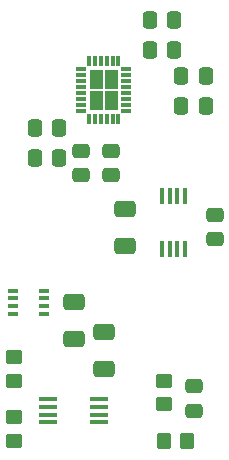
<source format=gbr>
%TF.GenerationSoftware,KiCad,Pcbnew,7.0.9-7.0.9~ubuntu22.04.1*%
%TF.CreationDate,2023-12-17T20:48:01-06:00*%
%TF.ProjectId,ultrasonic_microphone,756c7472-6173-46f6-9e69-635f6d696372,rev?*%
%TF.SameCoordinates,Original*%
%TF.FileFunction,Paste,Top*%
%TF.FilePolarity,Positive*%
%FSLAX46Y46*%
G04 Gerber Fmt 4.6, Leading zero omitted, Abs format (unit mm)*
G04 Created by KiCad (PCBNEW 7.0.9-7.0.9~ubuntu22.04.1) date 2023-12-17 20:48:01*
%MOMM*%
%LPD*%
G01*
G04 APERTURE LIST*
G04 Aperture macros list*
%AMRoundRect*
0 Rectangle with rounded corners*
0 $1 Rounding radius*
0 $2 $3 $4 $5 $6 $7 $8 $9 X,Y pos of 4 corners*
0 Add a 4 corners polygon primitive as box body*
4,1,4,$2,$3,$4,$5,$6,$7,$8,$9,$2,$3,0*
0 Add four circle primitives for the rounded corners*
1,1,$1+$1,$2,$3*
1,1,$1+$1,$4,$5*
1,1,$1+$1,$6,$7*
1,1,$1+$1,$8,$9*
0 Add four rect primitives between the rounded corners*
20,1,$1+$1,$2,$3,$4,$5,0*
20,1,$1+$1,$4,$5,$6,$7,0*
20,1,$1+$1,$6,$7,$8,$9,0*
20,1,$1+$1,$8,$9,$2,$3,0*%
G04 Aperture macros list end*
%ADD10R,0.854800X0.300000*%
%ADD11R,0.300000X0.854800*%
%ADD12RoundRect,0.250000X0.475000X-0.337500X0.475000X0.337500X-0.475000X0.337500X-0.475000X-0.337500X0*%
%ADD13RoundRect,0.250000X-0.337500X-0.475000X0.337500X-0.475000X0.337500X0.475000X-0.337500X0.475000X0*%
%ADD14R,0.431800X1.358900*%
%ADD15RoundRect,0.250000X0.337500X0.475000X-0.337500X0.475000X-0.337500X-0.475000X0.337500X-0.475000X0*%
%ADD16RoundRect,0.250000X0.650000X-0.412500X0.650000X0.412500X-0.650000X0.412500X-0.650000X-0.412500X0*%
%ADD17RoundRect,0.250000X-0.450000X0.350000X-0.450000X-0.350000X0.450000X-0.350000X0.450000X0.350000X0*%
%ADD18RoundRect,0.250000X0.350000X0.450000X-0.350000X0.450000X-0.350000X-0.450000X0.350000X-0.450000X0*%
%ADD19R,0.876300X0.406400*%
%ADD20R,1.524000X0.431800*%
%ADD21RoundRect,0.250000X-0.475000X0.337500X-0.475000X-0.337500X0.475000X-0.337500X0.475000X0.337500X0*%
%ADD22RoundRect,0.250000X-0.650000X0.412500X-0.650000X-0.412500X0.650000X-0.412500X0.650000X0.412500X0*%
%ADD23RoundRect,0.250000X0.450000X-0.350000X0.450000X0.350000X-0.450000X0.350000X-0.450000X-0.350000X0*%
G04 APERTURE END LIST*
%TO.C,U4*%
G36*
X143440000Y-48210001D02*
G01*
X142340000Y-48210001D01*
X142340000Y-46610001D01*
X143440000Y-46610001D01*
X143440000Y-48210001D01*
G37*
G36*
X143440000Y-46410001D02*
G01*
X142340000Y-46410001D01*
X142340000Y-44810001D01*
X143440000Y-44810001D01*
X143440000Y-46410001D01*
G37*
G36*
X142140000Y-48210001D02*
G01*
X141040000Y-48210001D01*
X141040000Y-46610001D01*
X142140000Y-46610001D01*
X142140000Y-48210001D01*
G37*
G36*
X142140000Y-46410001D02*
G01*
X141040000Y-46410001D01*
X141040000Y-44810001D01*
X142140000Y-44810001D01*
X142140000Y-46410001D01*
G37*
%TD*%
D10*
%TO.C,U4*%
X144167400Y-48260000D03*
X144167400Y-47760001D03*
X144167400Y-47260002D03*
X144167400Y-46760001D03*
X144167400Y-46260001D03*
X144167400Y-45760000D03*
X144167400Y-45260001D03*
X144167400Y-44760002D03*
D11*
X143490000Y-44082602D03*
X142990001Y-44082602D03*
X142490000Y-44082602D03*
X141990000Y-44082602D03*
X141489999Y-44082602D03*
X140990000Y-44082602D03*
D10*
X140312600Y-44760002D03*
X140312600Y-45260001D03*
X140312600Y-45760000D03*
X140312600Y-46260001D03*
X140312600Y-46760001D03*
X140312600Y-47260002D03*
X140312600Y-47760001D03*
X140312600Y-48260000D03*
D11*
X140990000Y-48937400D03*
X141489999Y-48937400D03*
X141990000Y-48937400D03*
X142490000Y-48937400D03*
X142990001Y-48937400D03*
X143490000Y-48937400D03*
%TD*%
D12*
%TO.C,C20*%
X140346754Y-53733912D03*
X140346754Y-51658912D03*
%TD*%
D13*
%TO.C,C18*%
X148822500Y-45307037D03*
X150897500Y-45307037D03*
%TD*%
D14*
%TO.C,U3*%
X149128302Y-55497850D03*
X148478304Y-55497850D03*
X147828302Y-55497850D03*
X147178304Y-55497850D03*
X147178304Y-59955550D03*
X147828302Y-59955550D03*
X148478304Y-59955550D03*
X149128302Y-59955550D03*
%TD*%
D15*
%TO.C,C6*%
X138472884Y-52282590D03*
X136397884Y-52282590D03*
%TD*%
D16*
%TO.C,C3*%
X142240000Y-70142500D03*
X142240000Y-67017500D03*
%TD*%
D17*
%TO.C,R1*%
X134620000Y-69120000D03*
X134620000Y-71120000D03*
%TD*%
D13*
%TO.C,C5*%
X146144329Y-40542246D03*
X148219329Y-40542246D03*
%TD*%
D17*
%TO.C,R2*%
X134620000Y-74200000D03*
X134620000Y-76200000D03*
%TD*%
D12*
%TO.C,C7*%
X151668302Y-59151698D03*
X151668302Y-57076698D03*
%TD*%
%TO.C,C23*%
X142886754Y-53733912D03*
X142886754Y-51658912D03*
%TD*%
D13*
%TO.C,C8*%
X146144329Y-43082246D03*
X148219329Y-43082246D03*
%TD*%
D18*
%TO.C,R4*%
X149320000Y-76200000D03*
X147320000Y-76200000D03*
%TD*%
D19*
%TO.C,U1*%
X134531100Y-63500000D03*
X134531100Y-64149998D03*
X134531100Y-64800000D03*
X134531100Y-65449998D03*
X137160000Y-65449998D03*
X137160000Y-64800000D03*
X137160000Y-64149998D03*
X137160000Y-63500000D03*
%TD*%
D20*
%TO.C,U2*%
X137528300Y-72685001D03*
X137528300Y-73334999D03*
X137528300Y-73985001D03*
X137528300Y-74634999D03*
X141871700Y-74634999D03*
X141871700Y-73985001D03*
X141871700Y-73334999D03*
X141871700Y-72685001D03*
%TD*%
D13*
%TO.C,C21*%
X148822500Y-47847037D03*
X150897500Y-47847037D03*
%TD*%
D21*
%TO.C,C4*%
X149860000Y-71585000D03*
X149860000Y-73660000D03*
%TD*%
D15*
%TO.C,C9*%
X138472884Y-49742590D03*
X136397884Y-49742590D03*
%TD*%
D22*
%TO.C,C1*%
X144048302Y-56551698D03*
X144048302Y-59676698D03*
%TD*%
%TO.C,C2*%
X139700000Y-64477500D03*
X139700000Y-67602500D03*
%TD*%
D23*
%TO.C,R3*%
X147320000Y-73120000D03*
X147320000Y-71120000D03*
%TD*%
M02*

</source>
